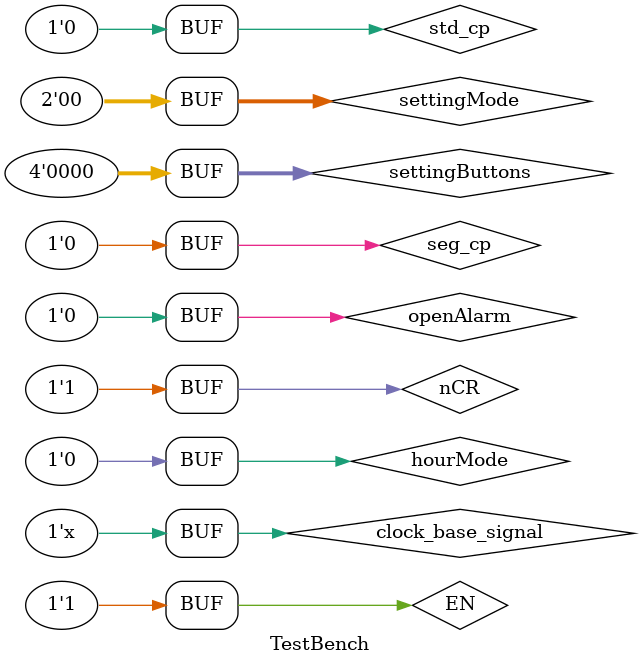
<source format=v>
`timescale 1ns / 1ps


module TestBench;

	// Inputs
	reg nCR;
	reg EN;
	reg [3:0] settingButtons;
	reg [1:0] settingMode;
	reg hourMode;
	reg openAlarm;
	reg std_cp;
	reg seg_cp;

	// Outputs
	wire [7:0] seg_out;
	wire [3:0] seg_flag;
	
	parameter TIME_PERIOD = 20;
	reg clock_base_signal;

	// Instantiate the Unit Under Test (UUT)
	clock uut (
		.CLK_50(clock_base_signal), 
		.nCR(nCR), 
		.EN(EN), 
		.settingButtons(settingButtons), 
		.settingMode(settingMode), 
		.hourMode(hourMode), 
		.openAlarm(openAlarm), 
		.seg_out(seg_out), 
		.seg_flag(seg_flag),
		.std_cp(std_cp),
		.seg_cp(seg_cp)
	);
	
	

	initial begin
		// Initialize Inputs
		
		nCR = 1;
		EN = 1;
		settingButtons = 0;
		settingMode = 0;
		hourMode = 0;
		openAlarm = 0;
		clock_base_signal = 0;
		seg_cp = 0;
		std_cp = 0;

		// Wait 100 ns for global reset to finish
			
		// Add stimulus here

	end
	
	always begin 
		#(TIME_PERIOD) clock_base_signal = ~clock_base_signal;
	end
endmodule


</source>
